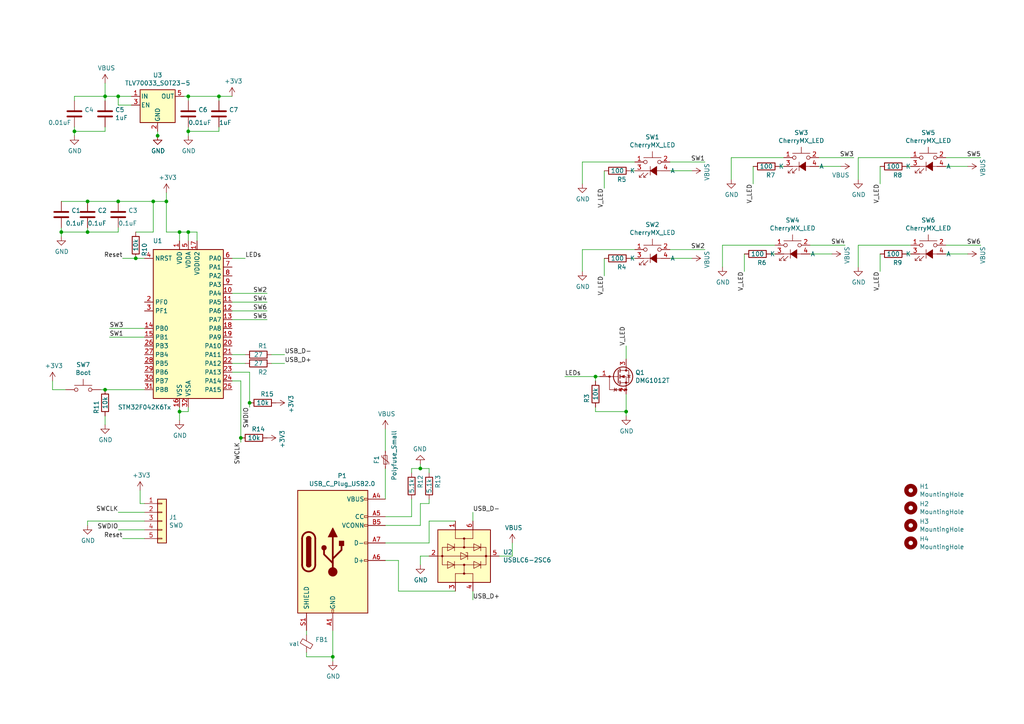
<source format=kicad_sch>
(kicad_sch (version 20211123) (generator eeschema)
  (paper "A4")
  (title_block (title "6key business card") (date "2021-10-19") (rev "0.2") (company "By Jeffrey Conley"))
  (lib_symbols
    (symbol "CherryMX:CherryMX_LED" (pin_names (offset -3.9878))
      (property "Reference" "U" (at 2.54 4.445 0))
      (property "Value" "CherryMX_LED" (at 0 -4.445 0))
      (symbol "CherryMX_LED_1_1"
        (circle (center -2.032 1.27) (radius 0.508))
        (polyline (pts (xy -3.81 -3.175) (xy -2.54 -1.905)))
        (polyline (pts (xy -2.54 -3.175) (xy -1.27 -1.905)))
        (polyline (pts (xy -2.54 -1.27) (xy 2.54 -1.27)))
        (polyline (pts (xy -0.635 0) (xy -0.635 -2.54)))
        (polyline (pts (xy 0 2.54) (xy 0 4.318)))
        (polyline (pts (xy 2.54 2.54) (xy -2.54 2.54)))
        (polyline (pts (xy -3.81 -2.54) (xy -3.81 -3.175) (xy -3.175 -3.175)))
        (polyline (pts (xy -2.54 -2.54) (xy -2.54 -3.175) (xy -1.905 -3.175)))
        (polyline (pts (xy -0.635 -1.27) (xy 1.27 0) (xy 1.27 -2.54) (xy -0.635 -1.27)) (fill (type outline)))
        (circle (center 2.032 1.27) (radius 0.508))
        (pin passive line (at -5.08 1.27 0) (length 2.54) (name "~") (number "1"))
        (pin passive line (at 5.08 1.27 180) (length 2.54) (name "~") (number "2"))
        (pin passive line (at -5.08 -1.27 0) (length 2.54) (name "K") (number "3"))
        (pin passive line (at 5.08 -1.27 180) (length 2.54) (name "A") (number "4"))
      )
    )
    (symbol "Connector:USB_C_Plug_USB2.0" (pin_names (offset 1.016))
      (property "Reference" "P" (at -10.16 19.05 0))
      (property "Value" "USB_C_Plug_USB2.0" (at 12.7 19.05 0))
      (symbol "USB_C_Plug_USB2.0_0_0"
        (rectangle (start -0.254 -17.78) (end 0.254 -16.764))
        (rectangle (start 10.16 -2.286) (end 9.144 -2.794))
        (rectangle (start 10.16 2.794) (end 9.144 2.286))
        (rectangle (start 10.16 7.874) (end 9.144 7.366))
        (rectangle (start 10.16 10.414) (end 9.144 9.906))
        (rectangle (start 10.16 15.494) (end 9.144 14.986))
      )
      (symbol "USB_C_Plug_USB2.0_0_1"
        (rectangle (start -10.16 17.78) (end 10.16 -17.78) (stroke (width 0.254)) (fill (type background)))
        (arc (start -8.89 -3.81) (mid -6.985 -5.715) (end -5.08 -3.81) (stroke (width 0.508)))
        (arc (start -7.62 -3.81) (mid -6.985 -4.445) (end -6.35 -3.81) (stroke (width 0.254)))
        (arc (start -7.62 -3.81) (mid -6.985 -4.445) (end -6.35 -3.81) (stroke (width 0.254)) (fill (type outline)))
        (rectangle (start -7.62 -3.81) (end -6.35 3.81) (stroke (width 0.254)) (fill (type outline)))
        (arc (start -6.35 3.81) (mid -6.985 4.445) (end -7.62 3.81) (stroke (width 0.254)))
        (arc (start -6.35 3.81) (mid -6.985 4.445) (end -7.62 3.81) (stroke (width 0.254)) (fill (type outline)))
        (arc (start -5.08 3.81) (mid -6.985 5.715) (end -8.89 3.81) (stroke (width 0.508)))
        (circle (center -2.54 1.143) (radius 0.635) (stroke (width 0.254)) (fill (type outline)))
        (circle (center 0 -5.842) (radius 1.27) (fill (type outline)))
        (polyline (pts (xy -8.89 -3.81) (xy -8.89 3.81)) (stroke (width 0.508)))
        (polyline (pts (xy -5.08 3.81) (xy -5.08 -3.81)) (stroke (width 0.508)))
        (polyline (pts (xy 0 -5.842) (xy 0 4.318)) (stroke (width 0.508)))
        (polyline (pts (xy 0 -3.302) (xy -2.54 -0.762) (xy -2.54 0.508)) (stroke (width 0.508)))
        (polyline (pts (xy 0 -2.032) (xy 2.54 0.508) (xy 2.54 1.778)) (stroke (width 0.508)))
        (polyline (pts (xy -1.27 4.318) (xy 0 6.858) (xy 1.27 4.318) (xy -1.27 4.318)) (stroke (width 0.254)) (fill (type outline)))
        (rectangle (start 1.905 1.778) (end 3.175 3.048) (stroke (width 0.254)) (fill (type outline)))
      )
      (symbol "USB_C_Plug_USB2.0_1_1"
        (pin passive line (at 0 -22.86 90) (length 5.08) (name "GND") (number "A1"))
        (pin passive line (at 0 -22.86 90) (length 5.08) hide (name "GND") (number "A12"))
        (pin passive line (at 15.24 15.24 180) (length 5.08) (name "VBUS") (number "A4"))
        (pin bidirectional line (at 15.24 10.16 180) (length 5.08) (name "CC") (number "A5"))
        (pin bidirectional line (at 15.24 -2.54 180) (length 5.08) (name "D+") (number "A6"))
        (pin bidirectional line (at 15.24 2.54 180) (length 5.08) (name "D-") (number "A7"))
        (pin passive line (at 15.24 15.24 180) (length 5.08) hide (name "VBUS") (number "A9"))
        (pin passive line (at 0 -22.86 90) (length 5.08) hide (name "GND") (number "B1"))
        (pin passive line (at 0 -22.86 90) (length 5.08) hide (name "GND") (number "B12"))
        (pin passive line (at 15.24 15.24 180) (length 5.08) hide (name "VBUS") (number "B4"))
        (pin bidirectional line (at 15.24 7.62 180) (length 5.08) (name "VCONN") (number "B5"))
        (pin passive line (at 15.24 15.24 180) (length 5.08) hide (name "VBUS") (number "B9"))
        (pin passive line (at -7.62 -22.86 90) (length 5.08) (name "SHIELD") (number "S1"))
      )
    )
    (symbol "Connector_Generic:Conn_01x05" (pin_names (offset 1.016) hide)
      (property "Reference" "J" (at 0 7.62 0))
      (property "Value" "Conn_01x05" (at 0 -7.62 0))
      (symbol "Conn_01x05_1_1"
        (rectangle (start -1.27 -4.953) (end 0 -5.207) (stroke (width 0.1524)))
        (rectangle (start -1.27 -2.413) (end 0 -2.667) (stroke (width 0.1524)))
        (rectangle (start -1.27 0.127) (end 0 -0.127) (stroke (width 0.1524)))
        (rectangle (start -1.27 2.667) (end 0 2.413) (stroke (width 0.1524)))
        (rectangle (start -1.27 5.207) (end 0 4.953) (stroke (width 0.1524)))
        (rectangle (start -1.27 6.35) (end 1.27 -6.35) (stroke (width 0.254)) (fill (type background)))
        (pin passive line (at -5.08 5.08 0) (length 3.81) (name "Pin_1") (number "1"))
        (pin passive line (at -5.08 2.54 0) (length 3.81) (name "Pin_2") (number "2"))
        (pin passive line (at -5.08 0 0) (length 3.81) (name "Pin_3") (number "3"))
        (pin passive line (at -5.08 -2.54 0) (length 3.81) (name "Pin_4") (number "4"))
        (pin passive line (at -5.08 -5.08 0) (length 3.81) (name "Pin_5") (number "5"))
      )
    )
    (symbol "Device:C" (pin_numbers hide) (pin_names (offset 0.254))
      (property "Reference" "C" (at 0.635 2.54 0))
      (property "Value" "C" (at 0.635 -2.54 0))
      (symbol "C_0_1"
        (polyline (pts (xy -2.032 -0.762) (xy 2.032 -0.762)) (stroke (width 0.508)))
        (polyline (pts (xy -2.032 0.762) (xy 2.032 0.762)) (stroke (width 0.508)))
      )
      (symbol "C_1_1"
        (pin passive line (at 0 3.81 270) (length 2.794) (name "~") (number "1"))
        (pin passive line (at 0 -3.81 90) (length 2.794) (name "~") (number "2"))
      )
    )
    (symbol "Device:Ferrite_Bead_Small" (pin_numbers hide) (pin_names (offset 0))
      (property "Reference" "FB" (at 1.905 1.27 0))
      (property "Value" "Device_Ferrite_Bead_Small" (at 1.905 -1.27 0))
      (symbol "Ferrite_Bead_Small_0_1"
        (polyline (pts (xy 0 -1.27) (xy 0 -0.7874)))
        (polyline (pts (xy 0 0.889) (xy 0 1.2954)))
        (polyline (pts (xy -1.8288 0.2794) (xy -1.1176 1.4986) (xy 1.8288 -0.2032) (xy 1.1176 -1.4224) (xy -1.8288 0.2794)))
      )
      (symbol "Ferrite_Bead_Small_1_1"
        (pin passive line (at 0 2.54 270) (length 1.27) (name "~") (number "1"))
        (pin passive line (at 0 -2.54 90) (length 1.27) (name "~") (number "2"))
      )
    )
    (symbol "Device:Polyfuse_Small" (pin_numbers hide) (pin_names (offset 0))
      (property "Reference" "F" (at -1.905 0 90))
      (property "Value" "Polyfuse_Small" (at 1.905 0 90))
      (symbol "Polyfuse_Small_0_1"
        (rectangle (start -0.508 1.27) (end 0.508 -1.27))
        (polyline (pts (xy 0 2.54) (xy 0 -2.54)))
        (polyline (pts (xy -1.016 1.27) (xy -1.016 0.762) (xy 1.016 -0.762) (xy 1.016 -1.27)))
      )
      (symbol "Polyfuse_Small_1_1"
        (pin passive line (at 0 2.54 270) (length 0.635) (name "~") (number "1"))
        (pin passive line (at 0 -2.54 90) (length 0.635) (name "~") (number "2"))
      )
    )
    (symbol "Device:R" (pin_numbers hide) (pin_names (offset 0))
      (property "Reference" "R" (at 2.032 0 90))
      (property "Value" "R" (at 0 0 90))
      (symbol "R_0_1"
        (rectangle (start -1.016 -2.54) (end 1.016 2.54) (stroke (width 0.254)))
      )
      (symbol "R_1_1"
        (pin passive line (at 0 3.81 270) (length 1.27) (name "~") (number "1"))
        (pin passive line (at 0 -3.81 90) (length 1.27) (name "~") (number "2"))
      )
    )
    (symbol "MCU_ST_STM32F0:STM32F042K6Tx"
      (property "Reference" "U" (at -10.16 21.59 0))
      (property "Value" "STM32F042K6Tx" (at 5.08 21.59 0))
      (symbol "STM32F042K6Tx_0_1"
        (rectangle (start -10.16 -22.86) (end 10.16 20.32) (stroke (width 0.254)) (fill (type background)))
      )
      (symbol "STM32F042K6Tx_1_1"
        (pin power_in line (at -2.54 22.86 270) (length 2.54) (name "VDD") (number "1"))
        (pin bidirectional line (at 12.7 7.62 180) (length 2.54) (name "PA4") (number "10"))
        (pin bidirectional line (at 12.7 5.08 180) (length 2.54) (name "PA5") (number "11"))
        (pin bidirectional line (at 12.7 2.54 180) (length 2.54) (name "PA6") (number "12"))
        (pin bidirectional line (at 12.7 0 180) (length 2.54) (name "PA7") (number "13"))
        (pin bidirectional line (at -12.7 -2.54 0) (length 2.54) (name "PB0") (number "14"))
        (pin bidirectional line (at -12.7 -5.08 0) (length 2.54) (name "PB1") (number "15"))
        (pin power_in line (at -2.54 -25.4 90) (length 2.54) (name "VSS") (number "16"))
        (pin power_in line (at 2.54 22.86 270) (length 2.54) (name "VDDIO2") (number "17"))
        (pin bidirectional line (at 12.7 -2.54 180) (length 2.54) (name "PA8") (number "18"))
        (pin bidirectional line (at 12.7 -5.08 180) (length 2.54) (name "PA9") (number "19"))
        (pin input line (at -12.7 5.08 0) (length 2.54) (name "PF0") (number "2"))
        (pin bidirectional line (at 12.7 -7.62 180) (length 2.54) (name "PA10") (number "20"))
        (pin bidirectional line (at 12.7 -10.16 180) (length 2.54) (name "PA11") (number "21"))
        (pin bidirectional line (at 12.7 -12.7 180) (length 2.54) (name "PA12") (number "22"))
        (pin bidirectional line (at 12.7 -15.24 180) (length 2.54) (name "PA13") (number "23"))
        (pin bidirectional line (at 12.7 -17.78 180) (length 2.54) (name "PA14") (number "24"))
        (pin bidirectional line (at 12.7 -20.32 180) (length 2.54) (name "PA15") (number "25"))
        (pin bidirectional line (at -12.7 -7.62 0) (length 2.54) (name "PB3") (number "26"))
        (pin bidirectional line (at -12.7 -10.16 0) (length 2.54) (name "PB4") (number "27"))
        (pin bidirectional line (at -12.7 -12.7 0) (length 2.54) (name "PB5") (number "28"))
        (pin bidirectional line (at -12.7 -15.24 0) (length 2.54) (name "PB6") (number "29"))
        (pin input line (at -12.7 2.54 0) (length 2.54) (name "PF1") (number "3"))
        (pin bidirectional line (at -12.7 -17.78 0) (length 2.54) (name "PB7") (number "30"))
        (pin bidirectional line (at -12.7 -20.32 0) (length 2.54) (name "PB8") (number "31"))
        (pin power_in line (at 0 -25.4 90) (length 2.54) (name "VSSA") (number "32"))
        (pin input line (at -12.7 17.78 0) (length 2.54) (name "NRST") (number "4"))
        (pin power_in line (at 0 22.86 270) (length 2.54) (name "VDDA") (number "5"))
        (pin bidirectional line (at 12.7 17.78 180) (length 2.54) (name "PA0") (number "6"))
        (pin bidirectional line (at 12.7 15.24 180) (length 2.54) (name "PA1") (number "7"))
        (pin bidirectional line (at 12.7 12.7 180) (length 2.54) (name "PA2") (number "8"))
        (pin bidirectional line (at 12.7 10.16 180) (length 2.54) (name "PA3") (number "9"))
      )
    )
    (symbol "Mechanical:MountingHole" (pin_names (offset 1.016))
      (property "Reference" "H" (at 0 5.08 0))
      (property "Value" "MountingHole" (at 0 3.175 0))
      (symbol "MountingHole_0_1"
        (circle (center 0 0) (radius 1.27) (stroke (width 1.27)))
      )
    )
    (symbol "Power_Protection:USBLC6-2SC6" (pin_names hide)
      (property "Reference" "U" (at 2.54 8.89 0))
      (property "Value" "USBLC6-2SC6" (at 2.54 -8.89 0))
      (symbol "USBLC6-2SC6_0_1"
        (rectangle (start -7.62 -7.62) (end 7.62 7.62) (stroke (width 0.254)) (fill (type background)))
        (circle (center -5.08 0) (radius 0.254) (fill (type outline)))
        (circle (center -2.54 0) (radius 0.254) (fill (type outline)))
        (rectangle (start -2.54 6.35) (end 2.54 -6.35))
        (circle (center 0 -6.35) (radius 0.254) (fill (type outline)))
        (polyline (pts (xy -5.08 -2.54) (xy -7.62 -2.54)))
        (polyline (pts (xy -5.08 0) (xy -5.08 -2.54)))
        (polyline (pts (xy -5.08 2.54) (xy -7.62 2.54)))
        (polyline (pts (xy -1.524 -2.794) (xy -3.556 -2.794)))
        (polyline (pts (xy -1.524 4.826) (xy -3.556 4.826)))
        (polyline (pts (xy 0 -7.62) (xy 0 -6.35)))
        (polyline (pts (xy 0 -6.35) (xy 0 1.27)))
        (polyline (pts (xy 0 1.27) (xy 0 6.35)))
        (polyline (pts (xy 0 6.35) (xy 0 7.62)))
        (polyline (pts (xy 1.524 -2.794) (xy 3.556 -2.794)))
        (polyline (pts (xy 1.524 4.826) (xy 3.556 4.826)))
        (polyline (pts (xy 5.08 -2.54) (xy 7.62 -2.54)))
        (polyline (pts (xy 5.08 0) (xy 5.08 -2.54)))
        (polyline (pts (xy 5.08 2.54) (xy 7.62 2.54)))
        (polyline (pts (xy -2.54 0) (xy -5.08 0) (xy -5.08 2.54)))
        (polyline (pts (xy 2.54 0) (xy 5.08 0) (xy 5.08 2.54)))
        (polyline (pts (xy -3.556 -4.826) (xy -1.524 -4.826) (xy -2.54 -2.794) (xy -3.556 -4.826)))
        (polyline (pts (xy -3.556 2.794) (xy -1.524 2.794) (xy -2.54 4.826) (xy -3.556 2.794)))
        (polyline (pts (xy -1.016 -1.016) (xy 1.016 -1.016) (xy 0 1.016) (xy -1.016 -1.016)))
        (polyline (pts (xy 1.016 1.016) (xy 0.762 1.016) (xy -1.016 1.016) (xy -1.016 0.508)))
        (polyline (pts (xy 3.556 -4.826) (xy 1.524 -4.826) (xy 2.54 -2.794) (xy 3.556 -4.826)))
        (polyline (pts (xy 3.556 2.794) (xy 1.524 2.794) (xy 2.54 4.826) (xy 3.556 2.794)))
        (circle (center 0 6.35) (radius 0.254) (fill (type outline)))
        (circle (center 2.54 0) (radius 0.254) (fill (type outline)))
        (circle (center 5.08 0) (radius 0.254) (fill (type outline)))
      )
      (symbol "USBLC6-2SC6_1_1"
        (pin passive line (at -10.16 -2.54 0) (length 2.54) (name "I/O1") (number "1"))
        (pin passive line (at 0 -10.16 90) (length 2.54) (name "GND") (number "2"))
        (pin passive line (at 10.16 -2.54 180) (length 2.54) (name "I/O2") (number "3"))
        (pin passive line (at 10.16 2.54 180) (length 2.54) (name "I/O2") (number "4"))
        (pin passive line (at 0 10.16 270) (length 2.54) (name "VBUS") (number "5"))
        (pin passive line (at -10.16 2.54 0) (length 2.54) (name "I/O1") (number "6"))
      )
    )
    (symbol "Regulator_Linear:TLV70033_SOT23-5" (pin_names (offset 0.254))
      (property "Reference" "U" (at -3.81 5.715 0))
      (property "Value" "TLV70033_SOT23-5" (at 0 5.715 0))
      (symbol "TLV70033_SOT23-5_0_1"
        (rectangle (start -5.08 4.445) (end 5.08 -5.08) (stroke (width 0.254)) (fill (type background)))
      )
      (symbol "TLV70033_SOT23-5_1_1"
        (pin power_in line (at -7.62 2.54 0) (length 2.54) (name "IN") (number "1"))
        (pin power_in line (at 0 -7.62 90) (length 2.54) (name "GND") (number "2"))
        (pin input line (at -7.62 0 0) (length 2.54) (name "EN") (number "3"))
        (pin no_connect line (at 5.08 0 180) (length 2.54) hide (name "NC") (number "4"))
        (pin power_out line (at 7.62 2.54 180) (length 2.54) (name "OUT") (number "5"))
      )
    )
    (symbol "Switch:SW_Push" (pin_numbers hide) (pin_names (offset 1.016) hide)
      (property "Reference" "SW" (at 1.27 2.54 0))
      (property "Value" "SW_Push" (at 0 -1.524 0))
      (symbol "SW_Push_0_1"
        (circle (center -2.032 0) (radius 0.508))
        (polyline (pts (xy 0 1.27) (xy 0 3.048)))
        (polyline (pts (xy 2.54 1.27) (xy -2.54 1.27)))
        (circle (center 2.032 0) (radius 0.508))
        (pin passive line (at -5.08 0 0) (length 2.54) (name "1") (number "1"))
        (pin passive line (at 5.08 0 180) (length 2.54) (name "2") (number "2"))
      )
    )
    (symbol "Transistor_FET:DMG1012T" (pin_names (offset 0) hide)
      (property "Reference" "Q" (at 5.08 1.905 0))
      (property "Value" "DMG1012T" (at 5.08 0 0))
      (symbol "DMG1012T_0_1"
        (polyline (pts (xy 2.54 -3.81) (xy -2.286 -3.81) (xy -2.286 0)))
      )
      (symbol "DMG1012T_1_1"
        (circle (center -2.286 0) (radius 0.254) (fill (type outline)))
        (polyline (pts (xy 0.254 0) (xy -2.54 0)))
        (polyline (pts (xy 0.254 1.905) (xy 0.254 -1.905)) (stroke (width 0.254)))
        (polyline (pts (xy 0.762 -1.27) (xy 0.762 -2.286)) (stroke (width 0.254)))
        (polyline (pts (xy 0.762 0.508) (xy 0.762 -0.508)) (stroke (width 0.254)))
        (polyline (pts (xy 0.762 2.286) (xy 0.762 1.27)) (stroke (width 0.254)))
        (polyline (pts (xy 2.54 2.54) (xy 2.54 1.778)))
        (polyline (pts (xy 2.54 -2.54) (xy 2.54 0) (xy 0.762 0)))
        (polyline (pts (xy -1.016 -4.318) (xy -0.889 -4.191) (xy -0.889 -3.429) (xy -0.762 -3.302)))
        (polyline (pts (xy -0.889 -3.81) (xy -0.254 -4.191) (xy -0.254 -3.429) (xy -0.889 -3.81)))
        (polyline (pts (xy 0.762 -1.778) (xy 3.302 -1.778) (xy 3.302 1.778) (xy 0.762 1.778)))
        (polyline (pts (xy 1.016 0) (xy 2.032 0.381) (xy 2.032 -0.381) (xy 1.016 0)) (fill (type outline)))
        (polyline (pts (xy 1.143 -3.81) (xy 0.508 -3.429) (xy 0.508 -4.191) (xy 1.143 -3.81)))
        (polyline (pts (xy 1.27 -3.302) (xy 1.143 -3.429) (xy 1.143 -4.191) (xy 1.016 -4.318)))
        (polyline (pts (xy 2.794 0.508) (xy 2.921 0.381) (xy 3.683 0.381) (xy 3.81 0.254)))
        (polyline (pts (xy 3.302 0.381) (xy 2.921 -0.254) (xy 3.683 -0.254) (xy 3.302 0.381)))
        (circle (center 1.651 0) (radius 2.794) (stroke (width 0.254)))
        (circle (center 2.54 -3.81) (radius 0.254) (fill (type outline)))
        (circle (center 2.54 -1.778) (radius 0.254) (fill (type outline)))
        (circle (center 2.54 1.778) (radius 0.254) (fill (type outline)))
        (pin input line (at -5.08 0 0) (length 2.54) (name "G") (number "1"))
        (pin passive line (at 2.54 -5.08 90) (length 2.54) (name "S") (number "2"))
        (pin passive line (at 2.54 5.08 270) (length 2.54) (name "D") (number "3"))
      )
    )
    (symbol "power:+3.3V" (power) (pin_names (offset 0))
      (property "Value" "+3.3V" (at 0 3.556 0))
      (symbol "+3.3V_0_1"
        (polyline (pts (xy -0.762 1.27) (xy 0 2.54)))
        (polyline (pts (xy 0 0) (xy 0 2.54)))
        (polyline (pts (xy 0 2.54) (xy 0.762 1.27)))
      )
      (symbol "+3.3V_1_1"
        (pin power_in line (at 0 0 90) (length 0) hide (name "+3V3") (number "1"))
      )
    )
    (symbol "power:GND" (power) (pin_names (offset 0))
      (property "Value" "GND" (at 0 -3.81 0))
      (symbol "GND_0_1"
        (polyline (pts (xy 0 0) (xy 0 -1.27) (xy 1.27 -1.27) (xy 0 -2.54) (xy -1.27 -1.27) (xy 0 -1.27)))
      )
      (symbol "GND_1_1"
        (pin power_in line (at 0 0 270) (length 0) hide (name "GND") (number "1"))
      )
    )
    (symbol "power:VBUS" (power) (pin_names (offset 0))
      (property "Value" "VBUS" (at 0 3.81 0))
      (symbol "VBUS_0_1"
        (polyline (pts (xy -0.762 1.27) (xy 0 2.54)))
        (polyline (pts (xy 0 0) (xy 0 2.54)))
        (polyline (pts (xy 0 2.54) (xy 0.762 1.27)))
      )
      (symbol "VBUS_1_1"
        (pin power_in line (at 0 0 90) (length 0) hide (name "VBUS") (number "1"))
      )
    )
  )
  (junction (at 25.4 58.42))
  (junction (at 25.4 67.31))
  (junction (at 44.45 58.42))
  (junction (at 69.85 127))
  (junction (at 172.72 109.22))
  (junction (at 54.61 38.1))
  (junction (at 52.07 119.38))
  (junction (at 30.48 113.03))
  (junction (at 17.78 67.31))
  (junction (at 21.59 38.1))
  (junction (at 96.52 190.5))
  (junction (at 63.5 27.94))
  (junction (at 30.48 27.94))
  (junction (at 54.61 27.94))
  (junction (at 45.72 39.37))
  (junction (at 39.37 74.93))
  (junction (at 52.07 67.31))
  (junction (at 34.29 27.94))
  (junction (at 121.92 135.89))
  (junction (at 48.26 58.42))
  (junction (at 181.61 119.38))
  (junction (at 72.39 116.84))
  (junction (at 34.29 58.42))
  (junction (at 54.61 67.31))
  (wire (pts (xy 175.26 74.93) (xy 175.26 80.01)))
  (wire (pts (xy 21.59 27.94) (xy 21.59 29.21)))
  (wire (pts (xy 78.74 102.87) (xy 82.55 102.87)))
  (wire (pts (xy 248.92 71.12) (xy 248.92 77.47)))
  (wire (pts (xy 132.08 151.13) (xy 124.46 151.13)))
  (wire (pts (xy 67.31 90.17) (xy 77.47 90.17)))
  (wire (pts (xy 67.31 102.87) (xy 71.12 102.87)))
  (wire (pts (xy 30.48 24.13) (xy 30.48 27.94)))
  (wire (pts (xy 41.91 156.21) (xy 35.56 156.21)))
  (wire (pts (xy 40.64 146.05) (xy 41.91 146.05)))
  (wire (pts (xy 30.48 27.94) (xy 34.29 27.94)))
  (wire (pts (xy 137.16 171.45) (xy 137.16 173.99)))
  (wire (pts (xy 19.05 113.03) (xy 15.24 113.03)))
  (wire (pts (xy 124.46 151.13) (xy 124.46 157.48)))
  (wire (pts (xy 168.91 72.39) (xy 168.91 78.74)))
  (wire (pts (xy 119.38 137.16) (xy 119.38 135.89)))
  (wire (pts (xy 119.38 135.89) (xy 121.92 135.89)))
  (wire (pts (xy 63.5 38.1) (xy 63.5 36.83)))
  (wire (pts (xy 34.29 67.31) (xy 25.4 67.31)))
  (wire (pts (xy 243.84 48.26) (xy 237.49 48.26)))
  (wire (pts (xy 148.59 161.29) (xy 148.59 157.48)))
  (wire (pts (xy 172.72 119.38) (xy 181.61 119.38)))
  (wire (pts (xy 96.52 190.5) (xy 88.9 190.5)))
  (wire (pts (xy 25.4 151.13) (xy 25.4 152.4)))
  (wire (pts (xy 248.92 45.72) (xy 248.92 52.07)))
  (wire (pts (xy 121.92 135.89) (xy 124.46 135.89)))
  (wire (pts (xy 57.15 67.31) (xy 57.15 69.85)))
  (wire (pts (xy 121.92 161.29) (xy 121.92 163.83)))
  (wire (pts (xy 264.16 73.66) (xy 262.89 73.66)))
  (wire (pts (xy 121.92 152.4) (xy 121.92 146.05)))
  (wire (pts (xy 15.24 113.03) (xy 15.24 110.49)))
  (wire (pts (xy 274.32 71.12) (xy 284.48 71.12)))
  (wire (pts (xy 111.76 124.46) (xy 111.76 130.81)))
  (wire (pts (xy 237.49 45.72) (xy 247.65 45.72)))
  (wire (pts (xy 280.67 48.26) (xy 274.32 48.26)))
  (wire (pts (xy 181.61 119.38) (xy 181.61 120.65)))
  (wire (pts (xy 67.31 110.49) (xy 69.85 110.49)))
  (wire (pts (xy 34.29 58.42) (xy 44.45 58.42)))
  (wire (pts (xy 184.15 74.93) (xy 182.88 74.93)))
  (wire (pts (xy 54.61 38.1) (xy 63.5 38.1)))
  (wire (pts (xy 274.32 45.72) (xy 284.48 45.72)))
  (wire (pts (xy 17.78 67.31) (xy 25.4 67.31)))
  (wire (pts (xy 41.91 74.93) (xy 39.37 74.93)))
  (wire (pts (xy 111.76 152.4) (xy 121.92 152.4)))
  (wire (pts (xy 132.08 171.45) (xy 115.57 171.45)))
  (wire (pts (xy 40.64 146.05) (xy 40.64 142.24)))
  (wire (pts (xy 209.55 71.12) (xy 209.55 77.47)))
  (wire (pts (xy 264.16 48.26) (xy 262.89 48.26)))
  (wire (pts (xy 248.92 45.72) (xy 264.16 45.72)))
  (wire (pts (xy 41.91 95.25) (xy 31.75 95.25)))
  (wire (pts (xy 144.78 161.29) (xy 148.59 161.29)))
  (wire (pts (xy 194.31 72.39) (xy 204.47 72.39)))
  (wire (pts (xy 172.72 118.11) (xy 172.72 119.38)))
  (wire (pts (xy 173.99 109.22) (xy 172.72 109.22)))
  (wire (pts (xy 71.12 74.93) (xy 67.31 74.93)))
  (wire (pts (xy 88.9 190.5) (xy 88.9 189.23)))
  (wire (pts (xy 200.66 49.53) (xy 194.31 49.53)))
  (wire (pts (xy 34.29 153.67) (xy 41.91 153.67)))
  (wire (pts (xy 54.61 38.1) (xy 54.61 39.37)))
  (wire (pts (xy 121.92 135.89) (xy 121.92 134.62)))
  (wire (pts (xy 41.91 97.79) (xy 31.75 97.79)))
  (wire (pts (xy 48.26 58.42) (xy 48.26 67.31)))
  (wire (pts (xy 168.91 46.99) (xy 168.91 53.34)))
  (wire (pts (xy 218.44 48.26) (xy 218.44 53.34)))
  (wire (pts (xy 21.59 38.1) (xy 30.48 38.1)))
  (wire (pts (xy 34.29 27.94) (xy 34.29 30.48)))
  (wire (pts (xy 168.91 72.39) (xy 184.15 72.39)))
  (wire (pts (xy 54.61 67.31) (xy 54.61 69.85)))
  (wire (pts (xy 255.27 73.66) (xy 255.27 78.74)))
  (wire (pts (xy 212.09 45.72) (xy 212.09 52.07)))
  (wire (pts (xy 25.4 58.42) (xy 34.29 58.42)))
  (wire (pts (xy 52.07 118.11) (xy 52.07 119.38)))
  (wire (pts (xy 34.29 66.04) (xy 34.29 67.31)))
  (wire (pts (xy 280.67 73.66) (xy 274.32 73.66)))
  (wire (pts (xy 39.37 67.31) (xy 44.45 67.31)))
  (wire (pts (xy 21.59 36.83) (xy 21.59 38.1)))
  (wire (pts (xy 181.61 114.3) (xy 181.61 119.38)))
  (wire (pts (xy 54.61 36.83) (xy 54.61 38.1)))
  (wire (pts (xy 25.4 67.31) (xy 25.4 66.04)))
  (wire (pts (xy 45.72 38.1) (xy 45.72 39.37)))
  (wire (pts (xy 34.29 27.94) (xy 38.1 27.94)))
  (wire (pts (xy 44.45 58.42) (xy 48.26 58.42)))
  (wire (pts (xy 212.09 45.72) (xy 227.33 45.72)))
  (wire (pts (xy 255.27 48.26) (xy 255.27 53.34)))
  (wire (pts (xy 34.29 148.59) (xy 41.91 148.59)))
  (wire (pts (xy 30.48 113.03) (xy 41.91 113.03)))
  (wire (pts (xy 54.61 27.94) (xy 63.5 27.94)))
  (wire (pts (xy 72.39 116.84) (xy 72.39 118.11)))
  (wire (pts (xy 121.92 146.05) (xy 124.46 146.05)))
  (wire (pts (xy 17.78 66.04) (xy 17.78 67.31)))
  (wire (pts (xy 209.55 71.12) (xy 224.79 71.12)))
  (wire (pts (xy 39.37 74.93) (xy 35.56 74.93)))
  (wire (pts (xy 21.59 38.1) (xy 21.59 39.37)))
  (wire (pts (xy 119.38 149.86) (xy 119.38 144.78)))
  (wire (pts (xy 96.52 182.88) (xy 96.52 190.5)))
  (wire (pts (xy 172.72 110.49) (xy 172.72 109.22)))
  (wire (pts (xy 54.61 67.31) (xy 57.15 67.31)))
  (wire (pts (xy 184.15 49.53) (xy 182.88 49.53)))
  (wire (pts (xy 30.48 27.94) (xy 21.59 27.94)))
  (wire (pts (xy 44.45 67.31) (xy 44.45 58.42)))
  (wire (pts (xy 52.07 119.38) (xy 52.07 121.92)))
  (wire (pts (xy 227.33 48.26) (xy 226.06 48.26)))
  (wire (pts (xy 30.48 120.65) (xy 30.48 123.19)))
  (wire (pts (xy 111.76 144.78) (xy 111.76 135.89)))
  (wire (pts (xy 25.4 151.13) (xy 41.91 151.13)))
  (wire (pts (xy 54.61 118.11) (xy 54.61 119.38)))
  (wire (pts (xy 17.78 67.31) (xy 17.78 68.58)))
  (wire (pts (xy 52.07 67.31) (xy 52.07 69.85)))
  (wire (pts (xy 224.79 73.66) (xy 223.52 73.66)))
  (wire (pts (xy 69.85 110.49) (xy 69.85 127)))
  (wire (pts (xy 63.5 27.94) (xy 63.5 29.21)))
  (wire (pts (xy 63.5 27.94) (xy 67.31 27.94)))
  (wire (pts (xy 241.3 73.66) (xy 234.95 73.66)))
  (wire (pts (xy 194.31 46.99) (xy 204.47 46.99)))
  (wire (pts (xy 137.16 148.59) (xy 137.16 151.13)))
  (wire (pts (xy 48.26 58.42) (xy 48.26 55.88)))
  (wire (pts (xy 96.52 190.5) (xy 96.52 191.77)))
  (wire (pts (xy 111.76 149.86) (xy 119.38 149.86)))
  (wire (pts (xy 67.31 92.71) (xy 77.47 92.71)))
  (wire (pts (xy 72.39 107.95) (xy 72.39 116.84)))
  (wire (pts (xy 54.61 119.38) (xy 52.07 119.38)))
  (wire (pts (xy 168.91 46.99) (xy 184.15 46.99)))
  (wire (pts (xy 181.61 104.14) (xy 181.61 100.33)))
  (wire (pts (xy 53.34 27.94) (xy 54.61 27.94)))
  (wire (pts (xy 124.46 157.48) (xy 111.76 157.48)))
  (wire (pts (xy 124.46 146.05) (xy 124.46 144.78)))
  (wire (pts (xy 30.48 38.1) (xy 30.48 36.83)))
  (wire (pts (xy 115.57 171.45) (xy 115.57 162.56)))
  (wire (pts (xy 115.57 162.56) (xy 111.76 162.56)))
  (wire (pts (xy 48.26 67.31) (xy 52.07 67.31)))
  (wire (pts (xy 88.9 184.15) (xy 88.9 182.88)))
  (wire (pts (xy 69.85 127) (xy 69.85 128.27)))
  (wire (pts (xy 34.29 30.48) (xy 38.1 30.48)))
  (wire (pts (xy 67.31 85.09) (xy 77.47 85.09)))
  (wire (pts (xy 200.66 74.93) (xy 194.31 74.93)))
  (wire (pts (xy 52.07 67.31) (xy 54.61 67.31)))
  (wire (pts (xy 124.46 135.89) (xy 124.46 137.16)))
  (wire (pts (xy 67.31 87.63) (xy 77.47 87.63)))
  (wire (pts (xy 175.26 49.53) (xy 175.26 54.61)))
  (wire (pts (xy 248.92 71.12) (xy 264.16 71.12)))
  (wire (pts (xy 30.48 27.94) (xy 30.48 29.21)))
  (wire (pts (xy 72.39 107.95) (xy 67.31 107.95)))
  (wire (pts (xy 54.61 27.94) (xy 54.61 29.21)))
  (wire (pts (xy 234.95 71.12) (xy 245.11 71.12)))
  (wire (pts (xy 124.46 161.29) (xy 121.92 161.29)))
  (wire (pts (xy 78.74 105.41) (xy 82.55 105.41)))
  (wire (pts (xy 215.9 73.66) (xy 215.9 78.74)))
  (wire (pts (xy 17.78 58.42) (xy 25.4 58.42)))
  (wire (pts (xy 29.21 113.03) (xy 30.48 113.03)))
  (wire (pts (xy 163.83 109.22) (xy 172.72 109.22)))
  (wire (pts (xy 67.31 105.41) (xy 71.12 105.41)))
  (label "V_LED" (at 215.9 78.74 270))
  (label "USB_D-" (at 137.16 148.59 0))
  (label "V_LED" (at 218.44 53.34 270))
  (label "Reset" (at 35.56 156.21 180))
  (label "SW4" (at 77.47 87.63 180))
  (label "USB_D+" (at 82.55 105.41 0))
  (label "SW5" (at 77.47 92.71 180))
  (label "SWDIO" (at 34.29 153.67 180))
  (label "Reset" (at 35.56 74.93 180))
  (label "SW4" (at 245.11 71.12 180))
  (label "SW2" (at 204.47 72.39 180))
  (label "V_LED" (at 175.26 80.01 270))
  (label "SWDIO" (at 72.39 118.11 270))
  (label "SW3" (at 31.75 95.25 0))
  (label "SWCLK" (at 34.29 148.59 180))
  (label "SW2" (at 77.47 85.09 180))
  (label "LEDs" (at 71.12 74.93 0))
  (label "SW5" (at 284.48 45.72 180))
  (label "USB_D+" (at 137.16 173.99 0))
  (label "V_LED" (at 255.27 78.74 270))
  (label "SW1" (at 31.75 97.79 0))
  (label "SW3" (at 247.65 45.72 180))
  (label "SW6" (at 77.47 90.17 180))
  (label "SWCLK" (at 69.85 128.27 270))
  (label "USB_D-" (at 82.55 102.87 0))
  (label "V_LED" (at 175.26 54.61 270))
  (label "V_LED" (at 181.61 100.33 90))
  (label "V_LED" (at 255.27 53.34 270))
  (label "SW1" (at 204.47 46.99 180))
  (label "LEDs" (at 163.83 109.22 0))
  (label "SW6" (at 284.48 71.12 180))
  (symbol (lib_id "MCU_ST_STM32F0:STM32F042K6Tx") (at 54.61 92.71 0) (unit 1)
    (property "Reference" "U1" (at 45.72 69.85 0))
    (property "Value" "STM32F042K6Tx" (at 41.91 118.11 0))
    (property "Footprint" "Package_QFP:LQFP-32_7x7mm_P0.8mm" (effects hide))
    (property "Datasheet" "http://www.st.com/st-web-ui/static/active/en/resource/technical/document/datasheet/DM00105814.pdf" (effects hide))
  )
  (symbol (lib_id "Device:R") (at 74.93 105.41 270) (unit 1)
    (property "Reference" "R2" (at 76.2 107.95 90))
    (property "Value" "27" (at 74.93 105.41 90))
    (property "Footprint" "Resistor_SMD:R_0805_2012Metric_Pad1.20x1.40mm_HandSolder" (effects hide))
  )
  (symbol (lib_id "Device:R") (at 74.93 102.87 270) (unit 1)
    (property "Reference" "R1" (at 76.2 100.33 90))
    (property "Value" "27" (at 74.93 102.87 90))
    (property "Footprint" "Resistor_SMD:R_0805_2012Metric_Pad1.20x1.40mm_HandSolder" (effects hide))
  )
  (symbol (lib_id "power:+3.3V") (at 48.26 55.88 0) (unit 1)
    (property "Reference" "#PWR0101" (effects hide))
    (property "Value" "+3.3V" (at 48.641 51.4858 0))
  )
  (symbol (lib_id "Device:C") (at 17.78 62.23 0) (unit 1)
    (property "Reference" "C1" (at 20.701 61.0616 0) (effects (justify left)))
    (property "Value" "0.1uF" (at 19.05 64.77 0) (effects (justify left)))
    (property "Footprint" "Capacitor_SMD:C_0805_2012Metric_Pad1.18x1.45mm_HandSolder" (effects hide))
  )
  (symbol (lib_id "Device:C") (at 25.4 62.23 0) (unit 1)
    (property "Reference" "C2" (at 28.321 61.0616 0) (effects (justify left)))
    (property "Value" "0.1uF" (at 25.4 64.77 0) (effects (justify left)))
    (property "Footprint" "Capacitor_SMD:C_0805_2012Metric_Pad1.18x1.45mm_HandSolder" (effects hide))
  )
  (symbol (lib_id "Device:C") (at 34.29 62.23 0) (unit 1)
    (property "Reference" "C3" (at 37.211 61.0616 0) (effects (justify left)))
    (property "Value" "0.1uF" (at 34.29 64.77 0) (effects (justify left)))
    (property "Footprint" "Capacitor_SMD:C_0805_2012Metric_Pad1.18x1.45mm_HandSolder" (effects hide))
  )
  (symbol (lib_id "power:GND") (at 17.78 68.58 0) (unit 1)
    (property "Reference" "#PWR0102" (effects hide))
    (property "Value" "GND" (at 17.907 72.9742 0))
  )
  (symbol (lib_id "Connector:USB_C_Plug_USB2.0") (at 96.52 160.02 0) (unit 1)
    (property "Reference" "P1" (at 99.2378 137.9982 0))
    (property "Value" "USB_C_Plug_USB2.0" (at 99.2378 140.3096 0))
    (property "Footprint" "Connector_USB:USB_C_Receptacle_Palconn_UTC16-G" (effects hide))
    (property "Datasheet" "https://www.usb.org/sites/default/files/documents/usb_type-c.zip" (effects hide))
  )
  (symbol (lib_id "power:VBUS") (at 111.76 124.46 0) (unit 1)
    (property "Reference" "#PWR0109" (effects hide))
    (property "Value" "VBUS" (at 112.141 120.0658 0))
  )
  (symbol (lib_id "Mechanical:MountingHole") (at 264.16 147.32 0) (unit 1)
    (property "Reference" "H2" (at 266.7 146.1516 0) (effects (justify left)))
    (property "Value" "MountingHole" (at 266.7 148.463 0) (effects (justify left)))
    (property "Footprint" "MountingHole:MountingHole_3.2mm_M3" (effects hide))
  )
  (symbol (lib_id "Mechanical:MountingHole") (at 264.16 157.48 0) (unit 1)
    (property "Reference" "H4" (at 266.7 156.3116 0) (effects (justify left)))
    (property "Value" "MountingHole" (at 266.7 158.623 0) (effects (justify left)))
    (property "Footprint" "MountingHole:MountingHole_3.2mm_M3" (effects hide))
  )
  (symbol (lib_id "Mechanical:MountingHole") (at 264.16 152.4 0) (unit 1)
    (property "Reference" "H3" (at 266.7 151.2316 0) (effects (justify left)))
    (property "Value" "MountingHole" (at 266.7 153.543 0) (effects (justify left)))
    (property "Footprint" "MountingHole:MountingHole_3.2mm_M3" (effects hide))
  )
  (symbol (lib_id "Mechanical:MountingHole") (at 264.16 142.24 0) (unit 1)
    (property "Reference" "H1" (at 266.7 141.0716 0) (effects (justify left)))
    (property "Value" "MountingHole" (at 266.7 143.383 0) (effects (justify left)))
    (property "Footprint" "MountingHole:MountingHole_3.2mm_M3" (effects hide))
  )
  (symbol (lib_id "power:VBUS") (at 148.59 157.48 0) (unit 1)
    (property "Reference" "#PWR0103" (effects hide))
    (property "Value" "VBUS" (at 148.971 153.0858 0))
  )
  (symbol (lib_id "power:GND") (at 121.92 163.83 0) (unit 1)
    (property "Reference" "#PWR0104" (effects hide))
    (property "Value" "GND" (at 122.047 168.2242 0))
  )
  (symbol (lib_id "power:GND") (at 96.52 191.77 0) (unit 1)
    (property "Reference" "#PWR0105" (effects hide))
    (property "Value" "GND" (at 96.647 196.1642 0))
  )
  (symbol (lib_id "power:GND") (at 52.07 121.92 0) (unit 1)
    (property "Reference" "#PWR0106" (effects hide))
    (property "Value" "GND" (at 52.197 126.3142 0))
  )
  (symbol (lib_id "Device:Polyfuse_Small") (at 111.76 133.35 0) (unit 1)
    (property "Reference" "F1" (at 109.22 133.35 90))
    (property "Value" "Polyfuse_Small" (at 114.3 132.08 90))
    (property "Footprint" "Fuse:Fuse_0805_2012Metric_Pad1.15x1.40mm_HandSolder" (effects hide))
  )
  (symbol (lib_id "Device:Ferrite_Bead_Small") (at 88.9 186.69 180) (unit 1)
    (property "Reference" "FB1" (at 91.44 185.5216 0) (effects (justify right)))
    (property "Value" "val" (at 83.82 186.69 0) (effects (justify right)))
    (property "Footprint" "Inductor_SMD:L_0805_2012Metric_Pad1.05x1.20mm_HandSolder" (effects hide))
  )
  (symbol (lib_id "CherryMX:CherryMX_LED") (at 189.23 48.26 0) (unit 1)
    (property "Reference" "SW1" (at 189.23 39.751 0))
    (property "Value" "CherryMX_LED" (at 189.23 42.0624 0))
    (property "Footprint" "CherryMX_PCB_LED:CherryMX_1.00u_PCB_LED" (effects hide))
  )
  (symbol (lib_id "power:GND") (at 168.91 78.74 0) (unit 1)
    (property "Reference" "#PWR0107" (effects hide))
    (property "Value" "GND" (at 169.037 83.1342 0))
  )
  (symbol (lib_id "CherryMX:CherryMX_LED") (at 189.23 73.66 0) (unit 1)
    (property "Reference" "SW2" (at 189.23 65.151 0))
    (property "Value" "CherryMX_LED" (at 189.23 67.4624 0))
    (property "Footprint" "CherryMX_PCB_LED:CherryMX_1.00u_PCB_LED" (effects hide))
  )
  (symbol (lib_id "CherryMX:CherryMX_LED") (at 232.41 46.99 0) (unit 1)
    (property "Reference" "SW3" (at 232.41 38.481 0))
    (property "Value" "CherryMX_LED" (at 232.41 40.7924 0))
    (property "Footprint" "CherryMX_PCB_LED:CherryMX_1.00u_PCB_LED" (effects hide))
  )
  (symbol (lib_id "CherryMX:CherryMX_LED") (at 229.87 72.39 0) (unit 1)
    (property "Reference" "SW4" (at 229.87 63.881 0))
    (property "Value" "CherryMX_LED" (at 229.87 66.1924 0))
    (property "Footprint" "CherryMX_PCB_LED:CherryMX_1.00u_PCB_LED" (effects hide))
  )
  (symbol (lib_id "CherryMX:CherryMX_LED") (at 269.24 46.99 0) (unit 1)
    (property "Reference" "SW5" (at 269.24 38.481 0))
    (property "Value" "CherryMX_LED" (at 269.24 40.7924 0))
    (property "Footprint" "CherryMX_PCB_LED:CherryMX_1.00u_PCB_LED" (effects hide))
  )
  (symbol (lib_id "CherryMX:CherryMX_LED") (at 269.24 72.39 0) (unit 1)
    (property "Reference" "SW6" (at 269.24 63.881 0))
    (property "Value" "CherryMX_LED" (at 269.24 66.1924 0))
    (property "Footprint" "CherryMX_PCB_LED:CherryMX_1.00u_PCB_LED" (effects hide))
  )
  (symbol (lib_id "Device:R") (at 179.07 74.93 270) (mirror x) (unit 1)
    (property "Reference" "R4" (at 180.34 77.47 90))
    (property "Value" "100" (at 179.07 74.93 90))
    (property "Footprint" "Resistor_SMD:R_0805_2012Metric_Pad1.20x1.40mm_HandSolder" (effects hide))
  )
  (symbol (lib_id "Transistor_FET:DMG1012T") (at 179.07 109.22 0) (unit 1)
    (property "Reference" "Q1" (at 184.2516 108.0516 0) (effects (justify left)))
    (property "Value" "DMG1012T" (at 184.2516 110.363 0) (effects (justify left)))
    (property "Footprint" "Package_TO_SOT_SMD:SOT-323_SC-70_Handsoldering" (effects hide))
    (property "Datasheet" "https://www.diodes.com/assets/Datasheets/ds31783.pdf" (effects hide))
  )
  (symbol (lib_id "power:GND") (at 25.4 152.4 0) (unit 1)
    (property "Reference" "#PWR0127" (effects hide))
    (property "Value" "GND" (at 25.527 156.7942 0))
  )
  (symbol (lib_id "power:GND") (at 168.91 53.34 0) (unit 1)
    (property "Reference" "#PWR0108" (effects hide))
    (property "Value" "GND" (at 169.037 57.7342 0))
  )
  (symbol (lib_id "Device:R") (at 179.07 49.53 270) (mirror x) (unit 1)
    (property "Reference" "R5" (at 180.34 52.07 90))
    (property "Value" "100" (at 179.07 49.53 90))
    (property "Footprint" "Resistor_SMD:R_0805_2012Metric_Pad1.20x1.40mm_HandSolder" (effects hide))
  )
  (symbol (lib_id "power:+3.3V") (at 40.64 142.24 0) (unit 1)
    (property "Reference" "#PWR0128" (effects hide))
    (property "Value" "+3.3V" (at 41.021 137.8458 0))
  )
  (symbol (lib_id "power:GND") (at 212.09 52.07 0) (unit 1)
    (property "Reference" "#PWR0110" (effects hide))
    (property "Value" "GND" (at 212.217 56.4642 0))
  )
  (symbol (lib_id "Device:R") (at 222.25 48.26 270) (mirror x) (unit 1)
    (property "Reference" "R7" (at 223.52 50.8 90))
    (property "Value" "100" (at 222.25 48.26 90))
    (property "Footprint" "Resistor_SMD:R_0805_2012Metric_Pad1.20x1.40mm_HandSolder" (effects hide))
  )
  (symbol (lib_id "power:GND") (at 209.55 77.47 0) (unit 1)
    (property "Reference" "#PWR0111" (effects hide))
    (property "Value" "GND" (at 209.677 81.8642 0))
  )
  (symbol (lib_id "Device:R") (at 219.71 73.66 270) (mirror x) (unit 1)
    (property "Reference" "R6" (at 220.98 76.2 90))
    (property "Value" "100" (at 219.71 73.66 90))
    (property "Footprint" "Resistor_SMD:R_0805_2012Metric_Pad1.20x1.40mm_HandSolder" (effects hide))
  )
  (symbol (lib_id "power:GND") (at 248.92 77.47 0) (unit 1)
    (property "Reference" "#PWR0112" (effects hide))
    (property "Value" "GND" (at 249.047 81.8642 0))
  )
  (symbol (lib_id "Device:R") (at 259.08 73.66 270) (mirror x) (unit 1)
    (property "Reference" "R9" (at 260.35 76.2 90))
    (property "Value" "100" (at 259.08 73.66 90))
    (property "Footprint" "Resistor_SMD:R_0805_2012Metric_Pad1.20x1.40mm_HandSolder" (effects hide))
  )
  (symbol (lib_id "power:GND") (at 248.92 52.07 0) (unit 1)
    (property "Reference" "#PWR0113" (effects hide))
    (property "Value" "GND" (at 249.047 56.4642 0))
  )
  (symbol (lib_id "Device:R") (at 259.08 48.26 270) (mirror x) (unit 1)
    (property "Reference" "R8" (at 260.35 50.8 90))
    (property "Value" "100" (at 259.08 48.26 90))
    (property "Footprint" "Resistor_SMD:R_0805_2012Metric_Pad1.20x1.40mm_HandSolder" (effects hide))
  )
  (symbol (lib_id "power:GND") (at 181.61 120.65 0) (unit 1)
    (property "Reference" "#PWR0114" (effects hide))
    (property "Value" "GND" (at 181.737 125.0442 0))
  )
  (symbol (lib_id "Device:R") (at 172.72 114.3 0) (mirror x) (unit 1)
    (property "Reference" "R3" (at 170.18 115.57 90))
    (property "Value" "10k" (at 172.72 114.3 90))
    (property "Footprint" "Resistor_SMD:R_0805_2012Metric_Pad1.20x1.40mm_HandSolder" (effects hide))
  )
  (symbol (lib_id "power:VBUS") (at 200.66 49.53 270) (unit 1)
    (property "Reference" "#PWR0115" (effects hide))
    (property "Value" "VBUS" (at 205.0542 49.911 0))
  )
  (symbol (lib_id "power:VBUS") (at 200.66 74.93 270) (unit 1)
    (property "Reference" "#PWR0116" (effects hide))
    (property "Value" "VBUS" (at 205.0542 75.311 0))
  )
  (symbol (lib_id "power:VBUS") (at 241.3 73.66 270) (unit 1)
    (property "Reference" "#PWR0117" (effects hide))
    (property "Value" "VBUS" (at 245.6942 74.041 0))
  )
  (symbol (lib_id "power:VBUS") (at 243.84 48.26 270) (unit 1)
    (property "Reference" "#PWR0118" (effects hide))
    (property "Value" "VBUS" (at 243.84 50.8 90))
  )
  (symbol (lib_id "power:VBUS") (at 280.67 73.66 270) (unit 1)
    (property "Reference" "#PWR0119" (effects hide))
    (property "Value" "VBUS" (at 285.0642 74.041 0))
  )
  (symbol (lib_id "power:VBUS") (at 280.67 48.26 270) (unit 1)
    (property "Reference" "#PWR0120" (effects hide))
    (property "Value" "VBUS" (at 285.0642 48.641 0))
  )
  (symbol (lib_id "Regulator_Linear:TLV70033_SOT23-5") (at 45.72 30.48 0) (unit 1)
    (property "Reference" "U3" (at 45.72 21.7932 0))
    (property "Value" "TLV70033_SOT23-5" (at 45.72 24.1046 0))
    (property "Footprint" "Package_TO_SOT_SMD:SOT-23-5" (effects hide))
    (property "Datasheet" "http://www.ti.com/lit/ds/symlink/tlv700.pdf" (effects hide))
  )
  (symbol (lib_id "power:VBUS") (at 30.48 24.13 0) (unit 1)
    (property "Reference" "#PWR0121" (effects hide))
    (property "Value" "VBUS" (at 30.861 19.7358 0))
  )
  (symbol (lib_id "Switch:SW_Push") (at 24.13 113.03 0) (unit 1)
    (property "Reference" "SW7" (at 24.13 105.791 0))
    (property "Value" "Boot" (at 24.13 108.1024 0))
    (property "Footprint" "Button_Switch_THT:SW_PUSH_6mm" (effects hide))
  )
  (symbol (lib_id "power:GND") (at 45.72 39.37 0) (unit 1)
    (property "Reference" "#PWR0122" (effects hide))
    (property "Value" "GND" (at 45.847 43.7642 0))
  )
  (symbol (lib_id "Device:C") (at 30.48 33.02 0) (unit 1)
    (property "Reference" "C5" (at 33.401 31.8516 0) (effects (justify left)))
    (property "Value" "1uF" (at 33.401 34.163 0) (effects (justify left)))
    (property "Footprint" "Capacitor_SMD:C_0805_2012Metric_Pad1.18x1.45mm_HandSolder" (effects hide))
  )
  (symbol (lib_id "power:+3.3V") (at 15.24 110.49 0) (unit 1)
    (property "Reference" "#PWR0129" (effects hide))
    (property "Value" "+3.3V" (at 15.621 106.0958 0))
  )
  (symbol (lib_id "Device:R") (at 30.48 116.84 0) (mirror x) (unit 1)
    (property "Reference" "R11" (at 27.94 118.11 90))
    (property "Value" "10k" (at 30.48 116.84 90))
    (property "Footprint" "Resistor_SMD:R_0805_2012Metric_Pad1.20x1.40mm_HandSolder" (effects hide))
  )
  (symbol (lib_id "Device:C") (at 21.59 33.02 0) (unit 1)
    (property "Reference" "C4" (at 24.511 31.8516 0) (effects (justify left)))
    (property "Value" "0.01uF" (at 13.97 35.56 0) (effects (justify left)))
    (property "Footprint" "Capacitor_SMD:C_0805_2012Metric_Pad1.18x1.45mm_HandSolder" (effects hide))
  )
  (symbol (lib_id "power:GND") (at 30.48 123.19 0) (unit 1)
    (property "Reference" "#PWR0130" (effects hide))
    (property "Value" "GND" (at 30.607 127.5842 0))
  )
  (symbol (lib_id "power:GND") (at 54.61 39.37 0) (unit 1)
    (property "Reference" "#PWR0123" (effects hide))
    (property "Value" "GND" (at 54.737 43.7642 0))
  )
  (symbol (lib_id "power:GND") (at 45.72 39.37 0) (unit 1)
    (property "Reference" "#PWR0124" (effects hide))
    (property "Value" "GND" (at 45.847 43.7642 0))
  )
  (symbol (lib_id "power:GND") (at 21.59 39.37 0) (unit 1)
    (property "Reference" "#PWR0125" (effects hide))
    (property "Value" "GND" (at 21.717 43.7642 0))
  )
  (symbol (lib_id "power:+3.3V") (at 67.31 27.94 0) (unit 1)
    (property "Reference" "#PWR0126" (effects hide))
    (property "Value" "+3.3V" (at 67.691 23.5458 0))
  )
  (symbol (lib_id "Device:R") (at 39.37 71.12 180) (unit 1)
    (property "Reference" "R10" (at 41.91 72.39 90))
    (property "Value" "10k" (at 39.37 71.12 90))
    (property "Footprint" "Resistor_SMD:R_0805_2012Metric_Pad1.20x1.40mm_HandSolder" (effects hide))
  )
  (symbol (lib_id "Device:C") (at 63.5 33.02 0) (unit 1)
    (property "Reference" "C7" (at 66.421 31.8516 0) (effects (justify left)))
    (property "Value" "1uF" (at 63.5 35.56 0) (effects (justify left)))
    (property "Footprint" "Capacitor_SMD:C_0805_2012Metric_Pad1.18x1.45mm_HandSolder" (effects hide))
  )
  (symbol (lib_id "Device:C") (at 54.61 33.02 0) (unit 1)
    (property "Reference" "C6" (at 57.531 31.8516 0) (effects (justify left)))
    (property "Value" "0.01uF" (at 54.61 35.56 0) (effects (justify left)))
    (property "Footprint" "Capacitor_SMD:C_0805_2012Metric_Pad1.18x1.45mm_HandSolder" (effects hide))
  )
  (symbol (lib_id "Connector_Generic:Conn_01x05") (at 46.99 151.13 0) (unit 1)
    (property "Reference" "J1" (at 49.022 150.0632 0) (effects (justify left)))
    (property "Value" "SWD" (at 49.022 152.3746 0) (effects (justify left)))
    (property "Footprint" "Connector_PinHeader_2.54mm:PinHeader_1x05_P2.54mm_Vertical" (effects hide))
  )
  (symbol (lib_id "Device:R") (at 119.38 140.97 0) (mirror y) (unit 1)
    (property "Reference" "R12" (at 121.92 139.7 90))
    (property "Value" "5.1k" (at 119.38 140.97 90))
    (property "Footprint" "Resistor_SMD:R_0805_2012Metric_Pad1.20x1.40mm_HandSolder" (effects hide))
  )
  (symbol (lib_id "Device:R") (at 124.46 140.97 0) (mirror y) (unit 1)
    (property "Reference" "R13" (at 127 139.7 90))
    (property "Value" "5.1k" (at 124.46 140.97 90))
    (property "Footprint" "Resistor_SMD:R_0805_2012Metric_Pad1.20x1.40mm_HandSolder" (effects hide))
  )
  (symbol (lib_id "power:GND") (at 121.92 134.62 180) (unit 1)
    (property "Reference" "#PWR0131" (effects hide))
    (property "Value" "GND" (at 121.793 130.2258 0))
  )
  (symbol (lib_id "Power_Protection:USBLC6-2SC6") (at 134.62 161.29 270) (unit 1)
    (property "Reference" "U2" (at 145.8976 160.1216 90) (effects (justify left)))
    (property "Value" "USBLC6-2SC6" (at 145.8976 162.433 90) (effects (justify left)))
    (property "Footprint" "Package_TO_SOT_SMD:SOT-23-6" (effects hide))
    (property "Datasheet" "https://www.st.com/resource/en/datasheet/usblc6-2.pdf" (effects hide))
  )
  (symbol (lib_id "power:+3.3V") (at 80.01 116.84 270) (unit 1)
    (property "Reference" "#PWR0132" (effects hide))
    (property "Value" "+3.3V" (at 84.4042 117.221 0))
  )
  (symbol (lib_id "Device:R") (at 73.66 127 270) (unit 1)
    (property "Reference" "R14" (at 74.93 124.46 90))
    (property "Value" "10k" (at 73.66 127 90))
    (property "Footprint" "Resistor_SMD:R_0805_2012Metric_Pad1.20x1.40mm_HandSolder" (effects hide))
  )
  (symbol (lib_id "Device:R") (at 76.2 116.84 270) (unit 1)
    (property "Reference" "R15" (at 77.47 114.3 90))
    (property "Value" "10k" (at 76.2 116.84 90))
    (property "Footprint" "Resistor_SMD:R_0805_2012Metric_Pad1.20x1.40mm_HandSolder" (effects hide))
  )
  (symbol (lib_id "power:+3.3V") (at 77.47 127 270) (unit 1)
    (property "Reference" "#PWR0133" (effects hide))
    (property "Value" "+3.3V" (at 81.8642 127.381 0))
  )
)
</source>
